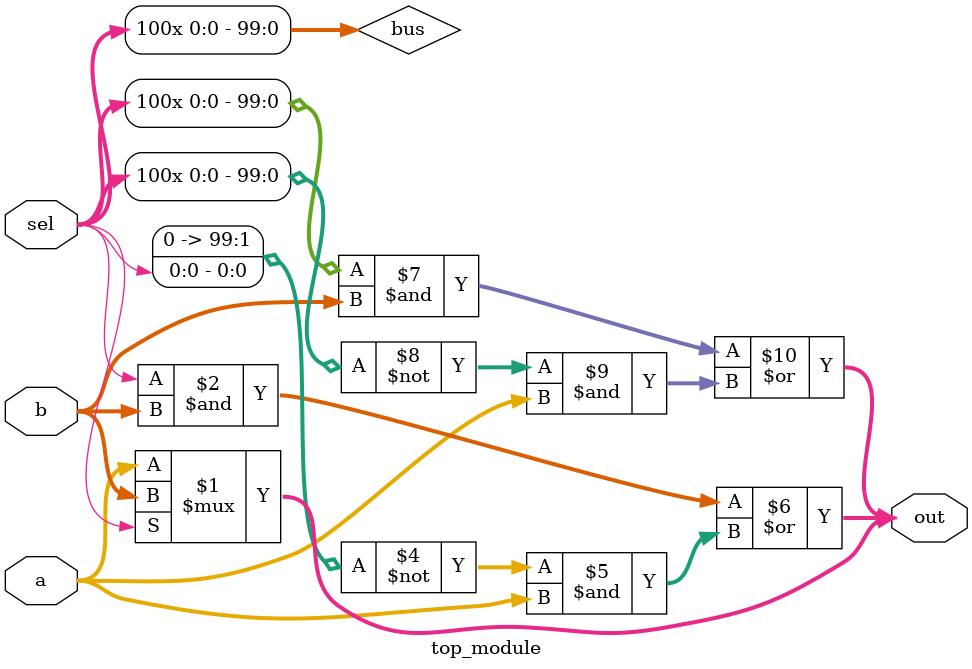
<source format=v>
module top_module( 
    input [99:0] a, b,
    input sel,
    output [99:0] out );
    
    assign out = sel ? b : a;
    
    // The following doesn't work. Why?
	assign out = (sel & b) | (~sel & a);
    // Because sel is one bit, we need to change the sel to a 100 bits bus
    wire [99:0] bus;
    assign bus = {100{sel}};
    assign out = (bus & b) | (~bus & a);
    

endmodule

</source>
